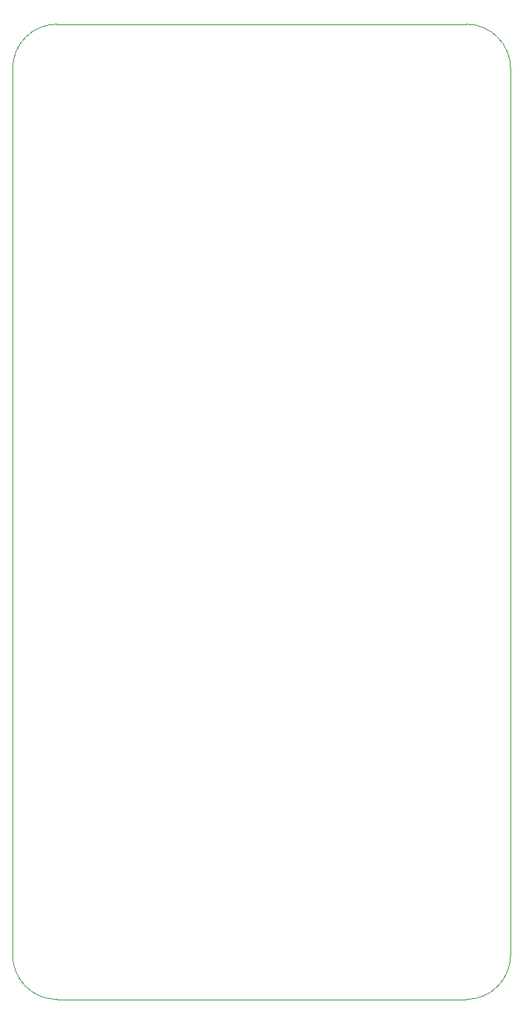
<source format=gbr>
%TF.GenerationSoftware,KiCad,Pcbnew,9.0.1*%
%TF.CreationDate,2025-05-14T12:06:16-07:00*%
%TF.ProjectId,SynthPowerSupply,53796e74-6850-46f7-9765-72537570706c,rev?*%
%TF.SameCoordinates,Original*%
%TF.FileFunction,Profile,NP*%
%FSLAX46Y46*%
G04 Gerber Fmt 4.6, Leading zero omitted, Abs format (unit mm)*
G04 Created by KiCad (PCBNEW 9.0.1) date 2025-05-14 12:06:16*
%MOMM*%
%LPD*%
G01*
G04 APERTURE LIST*
%TA.AperFunction,Profile*%
%ADD10C,0.050000*%
%TD*%
G04 APERTURE END LIST*
D10*
X25400000Y-127000000D02*
X25400000Y-25400000D01*
X30480000Y-20320000D02*
X77470000Y-20320000D01*
X77470000Y-132080000D02*
X30480000Y-132080000D01*
X82550000Y-25400000D02*
X82550000Y-127000000D01*
X25400000Y-25400000D02*
G75*
G02*
X30480000Y-20320000I5080000J0D01*
G01*
X30480000Y-132080000D02*
G75*
G02*
X25400000Y-127000000I0J5080000D01*
G01*
X82550000Y-127000000D02*
G75*
G02*
X77470000Y-132080000I-5080000J0D01*
G01*
X77470000Y-20320000D02*
G75*
G02*
X82550000Y-25400000I0J-5080000D01*
G01*
M02*

</source>
